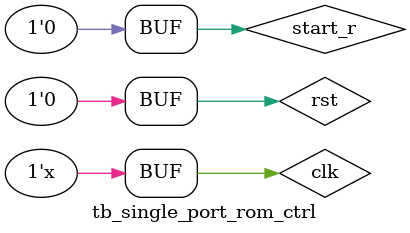
<source format=v>
`timescale 1ns / 1ps

module tb_single_port_rom_ctrl(

    );
    
reg clk;
reg rst;
reg start_r;
wire [15:0] data_out;
wire done;


always #5 clk = ~clk;

single_port_rom_ctrl uut(
.clk(clk),
.rst(rst),
.start_r(start_r),
.data_out(data_out),
.done(done)
);

initial begin
start_r = 0;
#300 start_r = 1;
#10 start_r = 0;
end

initial begin
clk = 0; rst = 0; 
#250 rst = 1;
#10 rst = 0;
end

endmodule

</source>
